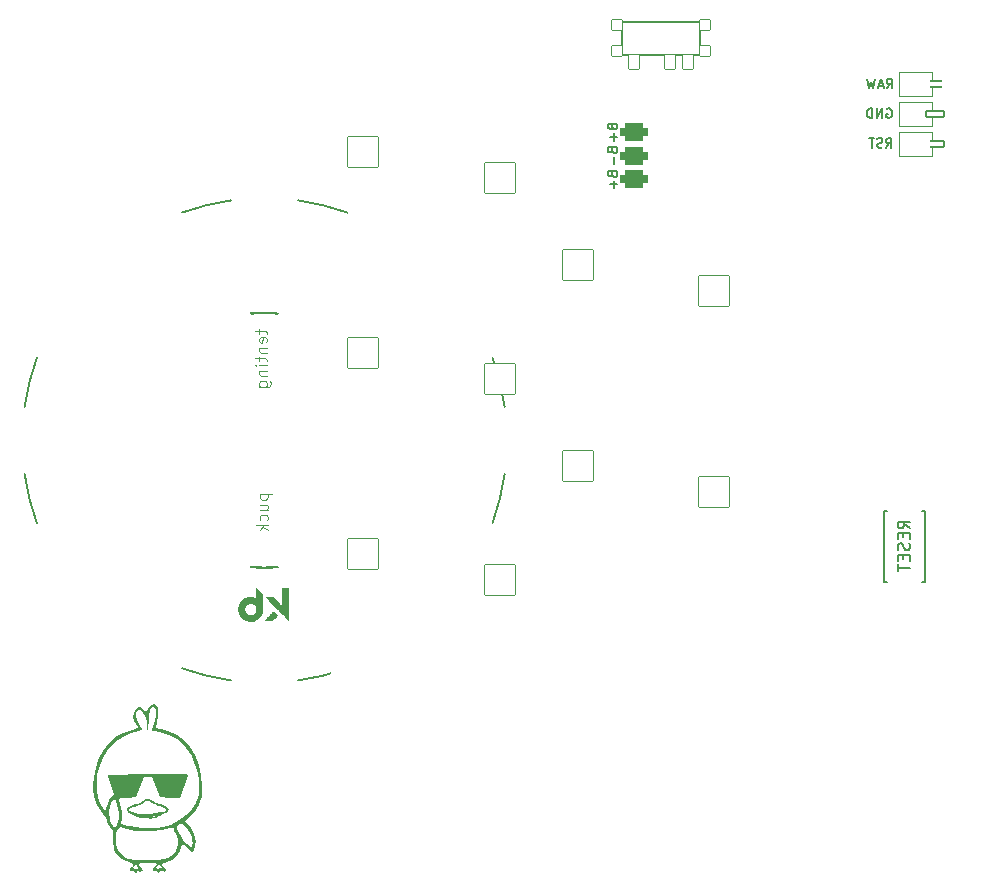
<source format=gbo>
%TF.GenerationSoftware,KiCad,Pcbnew,(6.0.4)*%
%TF.CreationDate,2022-06-21T20:06:22+02:00*%
%TF.ProjectId,battoota,62617474-6f6f-4746-912e-6b696361645f,v1.0.0*%
%TF.SameCoordinates,Original*%
%TF.FileFunction,Legend,Bot*%
%TF.FilePolarity,Positive*%
%FSLAX46Y46*%
G04 Gerber Fmt 4.6, Leading zero omitted, Abs format (unit mm)*
G04 Created by KiCad (PCBNEW (6.0.4)) date 2022-06-21 20:06:22*
%MOMM*%
%LPD*%
G01*
G04 APERTURE LIST*
G04 Aperture macros list*
%AMRoundRect*
0 Rectangle with rounded corners*
0 $1 Rounding radius*
0 $2 $3 $4 $5 $6 $7 $8 $9 X,Y pos of 4 corners*
0 Add a 4 corners polygon primitive as box body*
4,1,4,$2,$3,$4,$5,$6,$7,$8,$9,$2,$3,0*
0 Add four circle primitives for the rounded corners*
1,1,$1+$1,$2,$3*
1,1,$1+$1,$4,$5*
1,1,$1+$1,$6,$7*
1,1,$1+$1,$8,$9*
0 Add four rect primitives between the rounded corners*
20,1,$1+$1,$2,$3,$4,$5,0*
20,1,$1+$1,$4,$5,$6,$7,0*
20,1,$1+$1,$6,$7,$8,$9,0*
20,1,$1+$1,$8,$9,$2,$3,0*%
%AMFreePoly0*
4,1,16,0.685355,0.785355,0.700000,0.750000,0.691603,0.722265,0.210093,0.000000,0.691603,-0.722265,0.699029,-0.759806,0.677735,-0.791603,0.650000,-0.800000,-0.500000,-0.800000,-0.535355,-0.785355,-0.550000,-0.750000,-0.550000,0.750000,-0.535355,0.785355,-0.500000,0.800000,0.650000,0.800000,0.685355,0.785355,0.685355,0.785355,$1*%
%AMFreePoly1*
4,1,16,0.535355,0.785355,0.550000,0.750000,0.550000,-0.750000,0.535355,-0.785355,0.500000,-0.800000,-0.500000,-0.800000,-0.535355,-0.785355,-0.541603,-0.777735,-1.041603,-0.027735,-1.049029,0.009806,-1.041603,0.027735,-0.541603,0.777735,-0.509806,0.799029,-0.500000,0.800000,0.500000,0.800000,0.535355,0.785355,0.535355,0.785355,$1*%
G04 Aperture macros list end*
%ADD10C,0.150000*%
%ADD11C,0.100000*%
%ADD12C,0.120000*%
%ADD13C,0.200000*%
%ADD14C,0.010000*%
%ADD15RoundRect,0.375000X-0.750000X0.375000X-0.750000X-0.375000X0.750000X-0.375000X0.750000X0.375000X0*%
%ADD16C,1.752600*%
%ADD17C,2.100000*%
%ADD18C,1.801800*%
%ADD19C,3.100000*%
%ADD20C,3.529000*%
%ADD21RoundRect,0.050000X-1.054507X-1.505993X1.505993X-1.054507X1.054507X1.505993X-1.505993X1.054507X0*%
%ADD22C,2.132000*%
%ADD23RoundRect,0.050000X-1.181751X-1.408356X1.408356X-1.181751X1.181751X1.408356X-1.408356X1.181751X0*%
%ADD24RoundRect,0.050000X-1.300000X-1.300000X1.300000X-1.300000X1.300000X1.300000X-1.300000X1.300000X0*%
%ADD25RoundRect,0.050000X-0.450000X-0.450000X0.450000X-0.450000X0.450000X0.450000X-0.450000X0.450000X0*%
%ADD26C,1.100000*%
%ADD27RoundRect,0.050000X-0.450000X-0.625000X0.450000X-0.625000X0.450000X0.625000X-0.450000X0.625000X0*%
%ADD28RoundRect,0.050000X-1.716367X-0.658851X0.658851X-1.716367X1.716367X0.658851X-0.658851X1.716367X0*%
%ADD29RoundRect,0.425000X-0.750000X0.375000X-0.750000X-0.375000X0.750000X-0.375000X0.750000X0.375000X0*%
%ADD30RoundRect,0.050000X-0.863113X-1.623279X1.623279X-0.863113X0.863113X1.623279X-1.623279X0.863113X0*%
%ADD31RoundRect,0.050000X-1.487360X-1.080630X1.080630X-1.487360X1.487360X1.080630X-1.080630X1.487360X0*%
%ADD32C,1.852600*%
%ADD33FreePoly0,180.000000*%
%ADD34RoundRect,0.050000X-0.762000X0.250000X-0.762000X-0.250000X0.762000X-0.250000X0.762000X0.250000X0*%
%ADD35FreePoly1,180.000000*%
%ADD36C,4.500000*%
G04 APERTURE END LIST*
D10*
%TO.C,B1*%
X158422171Y79202634D02*
X157945981Y79535968D01*
X158422171Y79774063D02*
X157422171Y79774063D01*
X157422171Y79393111D01*
X157469791Y79297873D01*
X157517410Y79250254D01*
X157612648Y79202634D01*
X157755505Y79202634D01*
X157850743Y79250254D01*
X157898362Y79297873D01*
X157945981Y79393111D01*
X157945981Y79774063D01*
X157898362Y78774063D02*
X157898362Y78440730D01*
X158422171Y78297873D02*
X158422171Y78774063D01*
X157422171Y78774063D01*
X157422171Y78297873D01*
X158374552Y77916920D02*
X158422171Y77774063D01*
X158422171Y77535968D01*
X158374552Y77440730D01*
X158326933Y77393111D01*
X158231695Y77345492D01*
X158136457Y77345492D01*
X158041219Y77393111D01*
X157993600Y77440730D01*
X157945981Y77535968D01*
X157898362Y77726444D01*
X157850743Y77821682D01*
X157803124Y77869301D01*
X157707886Y77916920D01*
X157612648Y77916920D01*
X157517410Y77869301D01*
X157469791Y77821682D01*
X157422171Y77726444D01*
X157422171Y77488349D01*
X157469791Y77345492D01*
X157898362Y76916920D02*
X157898362Y76583587D01*
X158422171Y76440730D02*
X158422171Y76916920D01*
X157422171Y76916920D01*
X157422171Y76440730D01*
X157422171Y76155015D02*
X157422171Y75583587D01*
X158422171Y75869301D02*
X157422171Y75869301D01*
%TO.C,PAD1*%
X133252648Y109176349D02*
X133290743Y109062063D01*
X133328838Y109023968D01*
X133405029Y108985873D01*
X133519314Y108985873D01*
X133595505Y109023968D01*
X133633600Y109062063D01*
X133671695Y109138254D01*
X133671695Y109443015D01*
X132871695Y109443015D01*
X132871695Y109176349D01*
X132909791Y109100158D01*
X132947886Y109062063D01*
X133024076Y109023968D01*
X133100267Y109023968D01*
X133176457Y109062063D01*
X133214552Y109100158D01*
X133252648Y109176349D01*
X133252648Y109443015D01*
X133366933Y108643015D02*
X133366933Y108033492D01*
X133671695Y108338254D02*
X133062171Y108338254D01*
X133252648Y113176349D02*
X133290743Y113062063D01*
X133328838Y113023968D01*
X133405029Y112985873D01*
X133519314Y112985873D01*
X133595505Y113023968D01*
X133633600Y113062063D01*
X133671695Y113138254D01*
X133671695Y113443015D01*
X132871695Y113443015D01*
X132871695Y113176349D01*
X132909791Y113100158D01*
X132947886Y113062063D01*
X133024076Y113023968D01*
X133100267Y113023968D01*
X133176457Y113062063D01*
X133214552Y113100158D01*
X133252648Y113176349D01*
X133252648Y113443015D01*
X133366933Y112643015D02*
X133366933Y112033492D01*
X133671695Y112338254D02*
X133062171Y112338254D01*
X133252648Y111176349D02*
X133290743Y111062063D01*
X133328838Y111023968D01*
X133405029Y110985873D01*
X133519314Y110985873D01*
X133595505Y111023968D01*
X133633600Y111062063D01*
X133671695Y111138254D01*
X133671695Y111443015D01*
X132871695Y111443015D01*
X132871695Y111176349D01*
X132909791Y111100158D01*
X132947886Y111062063D01*
X133024076Y111023968D01*
X133100267Y111023968D01*
X133176457Y111062063D01*
X133214552Y111100158D01*
X133252648Y111176349D01*
X133252648Y111443015D01*
X133366933Y110643015D02*
X133366933Y110033492D01*
%TO.C,MCU1*%
X156461797Y116446070D02*
X156728464Y116827022D01*
X156918940Y116446070D02*
X156918940Y117246070D01*
X156614178Y117246070D01*
X156537988Y117207975D01*
X156499893Y117169879D01*
X156461797Y117093689D01*
X156461797Y116979403D01*
X156499893Y116903213D01*
X156537988Y116865117D01*
X156614178Y116827022D01*
X156918940Y116827022D01*
X156157036Y116674641D02*
X155776083Y116674641D01*
X156233226Y116446070D02*
X155966559Y117246070D01*
X155699893Y116446070D01*
X155509417Y117246070D02*
X155318940Y116446070D01*
X155166559Y117017498D01*
X155014178Y116446070D01*
X154823702Y117246070D01*
X156424534Y111408502D02*
X156691200Y111789454D01*
X156881677Y111408502D02*
X156881677Y112208502D01*
X156576915Y112208502D01*
X156500724Y112170407D01*
X156462629Y112132311D01*
X156424534Y112056121D01*
X156424534Y111941835D01*
X156462629Y111865645D01*
X156500724Y111827549D01*
X156576915Y111789454D01*
X156881677Y111789454D01*
X156119772Y111446597D02*
X156005486Y111408502D01*
X155815010Y111408502D01*
X155738819Y111446597D01*
X155700724Y111484692D01*
X155662629Y111560883D01*
X155662629Y111637073D01*
X155700724Y111713264D01*
X155738819Y111751359D01*
X155815010Y111789454D01*
X155967391Y111827549D01*
X156043581Y111865645D01*
X156081677Y111903740D01*
X156119772Y111979930D01*
X156119772Y112056121D01*
X156081677Y112132311D01*
X156043581Y112170407D01*
X155967391Y112208502D01*
X155776915Y112208502D01*
X155662629Y112170407D01*
X155434058Y112208502D02*
X154976915Y112208502D01*
X155205486Y111408502D02*
X155205486Y112208502D01*
X156481677Y114710407D02*
X156557868Y114748502D01*
X156672154Y114748502D01*
X156786439Y114710407D01*
X156862630Y114634216D01*
X156900725Y114558026D01*
X156938820Y114405645D01*
X156938820Y114291359D01*
X156900725Y114138978D01*
X156862630Y114062787D01*
X156786439Y113986597D01*
X156672154Y113948502D01*
X156595963Y113948502D01*
X156481677Y113986597D01*
X156443582Y114024692D01*
X156443582Y114291359D01*
X156595963Y114291359D01*
X156100725Y113948502D02*
X156100725Y114748502D01*
X155643582Y113948502D01*
X155643582Y114748502D01*
X155262630Y113948502D02*
X155262630Y114748502D01*
X155072154Y114748502D01*
X154957868Y114710407D01*
X154881677Y114634216D01*
X154843582Y114558026D01*
X154805487Y114405645D01*
X154805487Y114291359D01*
X154843582Y114138978D01*
X154881677Y114062787D01*
X154957868Y113986597D01*
X155072154Y113948502D01*
X155262630Y113948502D01*
D11*
%TO.C,REF\u002A\u002A*%
X103342638Y96061754D02*
X103342638Y95680801D01*
X103009304Y95918896D02*
X103866447Y95918896D01*
X103961685Y95871277D01*
X104009304Y95776039D01*
X104009304Y95680801D01*
X103961685Y94966515D02*
X104009304Y95061754D01*
X104009304Y95252230D01*
X103961685Y95347468D01*
X103866447Y95395087D01*
X103485495Y95395087D01*
X103390257Y95347468D01*
X103342638Y95252230D01*
X103342638Y95061754D01*
X103390257Y94966515D01*
X103485495Y94918896D01*
X103580733Y94918896D01*
X103675971Y95395087D01*
X103342638Y94490325D02*
X104009304Y94490325D01*
X103437876Y94490325D02*
X103390257Y94442706D01*
X103342638Y94347468D01*
X103342638Y94204611D01*
X103390257Y94109373D01*
X103485495Y94061754D01*
X104009304Y94061754D01*
X103342638Y93728420D02*
X103342638Y93347468D01*
X103009304Y93585563D02*
X103866447Y93585563D01*
X103961685Y93537944D01*
X104009304Y93442706D01*
X104009304Y93347468D01*
X104009304Y93014134D02*
X103342638Y93014134D01*
X103009304Y93014134D02*
X103056924Y93061754D01*
X103104543Y93014134D01*
X103056924Y92966515D01*
X103009304Y93014134D01*
X103104543Y93014134D01*
X103342638Y92537944D02*
X104009304Y92537944D01*
X103437876Y92537944D02*
X103390257Y92490325D01*
X103342638Y92395087D01*
X103342638Y92252230D01*
X103390257Y92156992D01*
X103485495Y92109373D01*
X104009304Y92109373D01*
X103342638Y91204611D02*
X104152162Y91204611D01*
X104247400Y91252230D01*
X104295019Y91299849D01*
X104342638Y91395087D01*
X104342638Y91537944D01*
X104295019Y91633182D01*
X103961685Y91204611D02*
X104009304Y91299849D01*
X104009304Y91490325D01*
X103961685Y91585563D01*
X103914066Y91633182D01*
X103818828Y91680801D01*
X103533114Y91680801D01*
X103437876Y91633182D01*
X103390257Y91585563D01*
X103342638Y91490325D01*
X103342638Y91299849D01*
X103390257Y91204611D01*
X103406138Y82107754D02*
X104406138Y82107754D01*
X103453757Y82107754D02*
X103406138Y82012515D01*
X103406138Y81822039D01*
X103453757Y81726801D01*
X103501376Y81679182D01*
X103596614Y81631563D01*
X103882328Y81631563D01*
X103977566Y81679182D01*
X104025185Y81726801D01*
X104072804Y81822039D01*
X104072804Y82012515D01*
X104025185Y82107754D01*
X103406138Y80774420D02*
X104072804Y80774420D01*
X103406138Y81202992D02*
X103929947Y81202992D01*
X104025185Y81155373D01*
X104072804Y81060134D01*
X104072804Y80917277D01*
X104025185Y80822039D01*
X103977566Y80774420D01*
X104025185Y79869658D02*
X104072804Y79964896D01*
X104072804Y80155373D01*
X104025185Y80250611D01*
X103977566Y80298230D01*
X103882328Y80345849D01*
X103596614Y80345849D01*
X103501376Y80298230D01*
X103453757Y80250611D01*
X103406138Y80155373D01*
X103406138Y79964896D01*
X103453757Y79869658D01*
X104072804Y79441087D02*
X103072804Y79441087D01*
X103691852Y79345849D02*
X104072804Y79060134D01*
X103406138Y79060134D02*
X103787090Y79441087D01*
D10*
%TO.C,B1*%
X159719791Y74623254D02*
X159469791Y74623254D01*
X159719791Y80623254D02*
X159719791Y74623254D01*
X156219791Y80623254D02*
X156469791Y80623254D01*
X156469791Y74623254D02*
X156219791Y74623254D01*
X156219791Y74623254D02*
X156219791Y80623254D01*
X159469791Y80623254D02*
X159719791Y80623254D01*
%TO.C,T2*%
X139318406Y122101838D02*
X135418406Y122101838D01*
X140668406Y119251838D02*
X140668406Y122101838D01*
X134068406Y122101838D02*
X134068406Y119251838D01*
X134068406Y119251838D02*
X140668406Y119251838D01*
X137368406Y122101838D02*
X134068406Y122101838D01*
X137368406Y122101838D02*
X140668406Y122101838D01*
D12*
%TO.C,MCU1*%
X160318690Y114622348D02*
X160318690Y115302348D01*
X160318690Y110762348D02*
X160318690Y111422348D01*
X160318690Y117842348D02*
X157518690Y117842348D01*
X157518690Y117842348D02*
X157518690Y115842348D01*
X160318690Y112097348D02*
X160318690Y112762348D01*
X157518690Y110762348D02*
X160318690Y110762348D01*
X160318690Y115842348D02*
X160318690Y116522348D01*
X157518690Y112762348D02*
X157518690Y110762348D01*
X160318690Y115302348D02*
X157518690Y115302348D01*
X160318690Y112762348D02*
X157518690Y112762348D01*
X160318690Y117172348D02*
X160318690Y117842348D01*
X160318690Y113302348D02*
X160318690Y113972348D01*
X157518690Y115302348D02*
X157518690Y113302348D01*
X157518690Y113302348D02*
X160318690Y113302348D01*
X157518690Y115842348D02*
X160318690Y115842348D01*
D13*
%TO.C,REF\u002A\u002A*%
X103810924Y75845253D02*
G75*
G03*
X104939309Y75904390I0J10794901D01*
G01*
X103729388Y97462195D02*
G75*
G03*
X102601003Y97403059I-6J-10794921D01*
G01*
X84524789Y93648298D02*
G75*
G03*
X83490924Y89497754I19286255J-7008074D01*
G01*
X104939309Y97376117D02*
G75*
G03*
X103810924Y97435254I-1128385J-10735763D01*
G01*
X102682539Y75904390D02*
G75*
G03*
X103810924Y75845254I1128379J10735785D01*
G01*
X110818973Y105926387D02*
G75*
G03*
X106668424Y106960254I-7008049J-19286133D01*
G01*
X123097058Y79632206D02*
G75*
G03*
X124130924Y83782754I-19286134J7008048D01*
G01*
X104857773Y97403059D02*
G75*
G03*
X103729388Y97462195I-1128379J-10735785D01*
G01*
X96802879Y67354119D02*
G75*
G03*
X100953424Y66320254I7008045J19286135D01*
G01*
X106668424Y66320254D02*
G75*
G03*
X110818969Y67354119I-2857506J20320019D01*
G01*
X83490923Y83782754D02*
G75*
G03*
X84524789Y79632208I20320001J2857500D01*
G01*
X100953424Y106960255D02*
G75*
G03*
X96802878Y105926389I2857500J-20320001D01*
G01*
X103729388Y75872195D02*
G75*
G03*
X104857773Y75931331I6J10794921D01*
G01*
X102601003Y75931331D02*
G75*
G03*
X103729388Y75872195I1128379J10735785D01*
G01*
X124130924Y89497754D02*
G75*
G03*
X123097058Y93648302I-20320000J-2857500D01*
G01*
X103810924Y97435254D02*
G75*
G03*
X102682539Y97376118I-6J-10794921D01*
G01*
G36*
X105810340Y71440839D02*
G01*
X105719496Y71533115D01*
X105705715Y71547111D01*
X105673854Y71579464D01*
X105627907Y71626118D01*
X105569091Y71685836D01*
X105498624Y71757381D01*
X105417725Y71839518D01*
X105327610Y71931011D01*
X105229498Y72030622D01*
X105124606Y72137115D01*
X105014152Y72249255D01*
X104899353Y72365804D01*
X104781428Y72485527D01*
X103934204Y73345664D01*
X104222572Y73348757D01*
X104510940Y73351851D01*
X105313886Y72549151D01*
X105313886Y74182709D01*
X105810340Y74182709D01*
X105810340Y71440839D01*
G37*
D14*
X105810340Y71440839D02*
X105719496Y71533115D01*
X105705715Y71547111D01*
X105673854Y71579464D01*
X105627907Y71626118D01*
X105569091Y71685836D01*
X105498624Y71757381D01*
X105417725Y71839518D01*
X105327610Y71931011D01*
X105229498Y72030622D01*
X105124606Y72137115D01*
X105014152Y72249255D01*
X104899353Y72365804D01*
X104781428Y72485527D01*
X103934204Y73345664D01*
X104222572Y73348757D01*
X104510940Y73351851D01*
X105313886Y72549151D01*
X105313886Y74182709D01*
X105810340Y74182709D01*
X105810340Y71440839D01*
G36*
X103607105Y72236831D02*
G01*
X103604492Y72208436D01*
X103595623Y72161986D01*
X103558070Y72034826D01*
X103502904Y71908963D01*
X103433212Y71790781D01*
X103352081Y71686661D01*
X103343687Y71677495D01*
X103235375Y71577169D01*
X103112955Y71493172D01*
X102979782Y71427193D01*
X102839214Y71380918D01*
X102694606Y71356037D01*
X102594360Y71351554D01*
X102445939Y71362953D01*
X102302520Y71395206D01*
X102166284Y71447229D01*
X102039409Y71517943D01*
X101924076Y71606265D01*
X101822463Y71711114D01*
X101736751Y71831407D01*
X101679496Y71938326D01*
X101626351Y72077562D01*
X101594995Y72222126D01*
X101588491Y72318490D01*
X102083730Y72318490D01*
X102084012Y72313200D01*
X102088330Y72257897D01*
X102095687Y72215605D01*
X102108332Y72176997D01*
X102128513Y72132751D01*
X102150001Y72094424D01*
X102191486Y72035630D01*
X102239543Y71980174D01*
X102288866Y71933980D01*
X102334152Y71902976D01*
X102350319Y71895200D01*
X102391224Y71877840D01*
X102434221Y71861754D01*
X102507048Y71842466D01*
X102610749Y71833945D01*
X102712290Y71846739D01*
X102809076Y71879871D01*
X102898508Y71932364D01*
X102977989Y72003241D01*
X103044923Y72091524D01*
X103073577Y72145669D01*
X103104009Y72239688D01*
X103114581Y72337237D01*
X103106275Y72435185D01*
X103080073Y72530398D01*
X103036960Y72619745D01*
X102977917Y72700091D01*
X102903927Y72768305D01*
X102815975Y72821254D01*
X102801972Y72827540D01*
X102703626Y72858165D01*
X102602274Y72868347D01*
X102501370Y72859027D01*
X102404371Y72831149D01*
X102314735Y72785653D01*
X102235918Y72723483D01*
X102171376Y72645579D01*
X102153606Y72617050D01*
X102109954Y72523627D01*
X102087098Y72425735D01*
X102083730Y72318490D01*
X101588491Y72318490D01*
X101584704Y72374604D01*
X101588265Y72464274D01*
X101610946Y72614553D01*
X101653698Y72756522D01*
X101715508Y72888507D01*
X101795366Y73008832D01*
X101892260Y73115821D01*
X102005180Y73207801D01*
X102133113Y73283094D01*
X102202964Y73315733D01*
X102278102Y73344950D01*
X102349754Y73364442D01*
X102426237Y73376379D01*
X102515872Y73382931D01*
X102533684Y73383599D01*
X102672885Y73377161D01*
X102803268Y73349485D01*
X102925484Y73300381D01*
X103040181Y73229659D01*
X103064315Y73212457D01*
X103089161Y73196114D01*
X103101592Y73189800D01*
X103102500Y73193830D01*
X103103949Y73217637D01*
X103105276Y73260760D01*
X103106445Y73320835D01*
X103107421Y73395497D01*
X103108171Y73482383D01*
X103108660Y73579128D01*
X103108852Y73683368D01*
X103109000Y74176936D01*
X103616704Y73666910D01*
X103616617Y72975196D01*
X103616614Y72963460D01*
X103616353Y72812986D01*
X103615689Y72675714D01*
X103614645Y72553058D01*
X103613242Y72446429D01*
X103611503Y72357240D01*
X103610919Y72337237D01*
X103609450Y72286903D01*
X103607105Y72236831D01*
G37*
X103607105Y72236831D02*
X103604492Y72208436D01*
X103595623Y72161986D01*
X103558070Y72034826D01*
X103502904Y71908963D01*
X103433212Y71790781D01*
X103352081Y71686661D01*
X103343687Y71677495D01*
X103235375Y71577169D01*
X103112955Y71493172D01*
X102979782Y71427193D01*
X102839214Y71380918D01*
X102694606Y71356037D01*
X102594360Y71351554D01*
X102445939Y71362953D01*
X102302520Y71395206D01*
X102166284Y71447229D01*
X102039409Y71517943D01*
X101924076Y71606265D01*
X101822463Y71711114D01*
X101736751Y71831407D01*
X101679496Y71938326D01*
X101626351Y72077562D01*
X101594995Y72222126D01*
X101588491Y72318490D01*
X102083730Y72318490D01*
X102084012Y72313200D01*
X102088330Y72257897D01*
X102095687Y72215605D01*
X102108332Y72176997D01*
X102128513Y72132751D01*
X102150001Y72094424D01*
X102191486Y72035630D01*
X102239543Y71980174D01*
X102288866Y71933980D01*
X102334152Y71902976D01*
X102350319Y71895200D01*
X102391224Y71877840D01*
X102434221Y71861754D01*
X102507048Y71842466D01*
X102610749Y71833945D01*
X102712290Y71846739D01*
X102809076Y71879871D01*
X102898508Y71932364D01*
X102977989Y72003241D01*
X103044923Y72091524D01*
X103073577Y72145669D01*
X103104009Y72239688D01*
X103114581Y72337237D01*
X103106275Y72435185D01*
X103080073Y72530398D01*
X103036960Y72619745D01*
X102977917Y72700091D01*
X102903927Y72768305D01*
X102815975Y72821254D01*
X102801972Y72827540D01*
X102703626Y72858165D01*
X102602274Y72868347D01*
X102501370Y72859027D01*
X102404371Y72831149D01*
X102314735Y72785653D01*
X102235918Y72723483D01*
X102171376Y72645579D01*
X102153606Y72617050D01*
X102109954Y72523627D01*
X102087098Y72425735D01*
X102083730Y72318490D01*
X101588491Y72318490D01*
X101584704Y72374604D01*
X101588265Y72464274D01*
X101610946Y72614553D01*
X101653698Y72756522D01*
X101715508Y72888507D01*
X101795366Y73008832D01*
X101892260Y73115821D01*
X102005180Y73207801D01*
X102133113Y73283094D01*
X102202964Y73315733D01*
X102278102Y73344950D01*
X102349754Y73364442D01*
X102426237Y73376379D01*
X102515872Y73382931D01*
X102533684Y73383599D01*
X102672885Y73377161D01*
X102803268Y73349485D01*
X102925484Y73300381D01*
X103040181Y73229659D01*
X103064315Y73212457D01*
X103089161Y73196114D01*
X103101592Y73189800D01*
X103102500Y73193830D01*
X103103949Y73217637D01*
X103105276Y73260760D01*
X103106445Y73320835D01*
X103107421Y73395497D01*
X103108171Y73482383D01*
X103108660Y73579128D01*
X103108852Y73683368D01*
X103109000Y74176936D01*
X103616704Y73666910D01*
X103616617Y72975196D01*
X103616614Y72963460D01*
X103616353Y72812986D01*
X103615689Y72675714D01*
X103614645Y72553058D01*
X103613242Y72446429D01*
X103611503Y72357240D01*
X103610919Y72337237D01*
X103609450Y72286903D01*
X103607105Y72236831D01*
G36*
X104516572Y72150526D02*
G01*
X104528801Y72140478D01*
X104554283Y72116858D01*
X104590430Y72082145D01*
X104634654Y72038820D01*
X104684367Y71989365D01*
X104845402Y71828021D01*
X104811520Y71790206D01*
X104808343Y71786714D01*
X104786475Y71763505D01*
X104752129Y71727759D01*
X104708313Y71682579D01*
X104658030Y71631066D01*
X104604288Y71576323D01*
X104430938Y71400254D01*
X103810924Y71400254D01*
X103839225Y71433889D01*
X103841518Y71436580D01*
X103862186Y71459809D01*
X103894944Y71495649D01*
X103937804Y71541994D01*
X103988776Y71596737D01*
X104045872Y71657772D01*
X104107102Y71722991D01*
X104170477Y71790289D01*
X104234010Y71857559D01*
X104295709Y71922694D01*
X104353588Y71983588D01*
X104405655Y72038134D01*
X104449924Y72084226D01*
X104484403Y72119757D01*
X104507106Y72142620D01*
X104516041Y72150709D01*
X104516572Y72150526D01*
G37*
X104516572Y72150526D02*
X104528801Y72140478D01*
X104554283Y72116858D01*
X104590430Y72082145D01*
X104634654Y72038820D01*
X104684367Y71989365D01*
X104845402Y71828021D01*
X104811520Y71790206D01*
X104808343Y71786714D01*
X104786475Y71763505D01*
X104752129Y71727759D01*
X104708313Y71682579D01*
X104658030Y71631066D01*
X104604288Y71576323D01*
X104430938Y71400254D01*
X103810924Y71400254D01*
X103839225Y71433889D01*
X103841518Y71436580D01*
X103862186Y71459809D01*
X103894944Y71495649D01*
X103937804Y71541994D01*
X103988776Y71596737D01*
X104045872Y71657772D01*
X104107102Y71722991D01*
X104170477Y71790289D01*
X104234010Y71857559D01*
X104295709Y71922694D01*
X104353588Y71983588D01*
X104405655Y72038134D01*
X104449924Y72084226D01*
X104484403Y72119757D01*
X104507106Y72142620D01*
X104516041Y72150709D01*
X104516572Y72150526D01*
%TO.C,G\u002A\u002A\u002A*%
G36*
X94630151Y54707570D02*
G01*
X94396858Y54643258D01*
X94146747Y54624050D01*
X93810667Y54635225D01*
X93526219Y54656367D01*
X93256312Y54699910D01*
X93120476Y54741218D01*
X93661943Y54741218D01*
X93712212Y54724332D01*
X93895333Y54717727D01*
X94019582Y54720197D01*
X94125956Y54733481D01*
X94085833Y54754419D01*
X93951551Y54768426D01*
X93704833Y54754419D01*
X93661943Y54741218D01*
X93120476Y54741218D01*
X92994058Y54779662D01*
X92876275Y54830486D01*
X94341597Y54830486D01*
X94342908Y54801584D01*
X94452722Y54786018D01*
X94535945Y54799576D01*
X94503875Y54837170D01*
X94454914Y54850698D01*
X94341597Y54830486D01*
X92876275Y54830486D01*
X92687996Y54911729D01*
X92286667Y55112217D01*
X92208282Y55183879D01*
X92132425Y55360900D01*
X92132991Y55368759D01*
X92339283Y55368759D01*
X92397983Y55253540D01*
X92625333Y55143946D01*
X92847118Y55090411D01*
X93223604Y55048327D01*
X93664575Y55034937D01*
X94131166Y55047895D01*
X94584513Y55084850D01*
X94985752Y55143456D01*
X95296017Y55221363D01*
X95476445Y55316223D01*
X95492870Y55337106D01*
X95467648Y55440963D01*
X95285368Y55554542D01*
X94955354Y55671486D01*
X94780003Y55729272D01*
X94492971Y55850367D01*
X94290142Y55968931D01*
X94063133Y56096450D01*
X93778078Y56113650D01*
X93516467Y55966671D01*
X93392165Y55880634D01*
X93135190Y55755590D01*
X92833677Y55645696D01*
X92725675Y55610865D01*
X92448694Y55488302D01*
X92339283Y55368759D01*
X92132991Y55368759D01*
X92140521Y55473243D01*
X92240681Y55587134D01*
X92471092Y55710227D01*
X92577253Y55755334D01*
X92833403Y55842614D01*
X93021004Y55878141D01*
X93048079Y55880318D01*
X93244595Y55951562D01*
X93456560Y56091667D01*
X93505819Y56131487D01*
X93779808Y56277658D01*
X94047205Y56267960D01*
X94345483Y56102867D01*
X94364727Y56089006D01*
X94645319Y55941058D01*
X94941455Y55852737D01*
X95061155Y55830092D01*
X95379092Y55717187D01*
X95594233Y55556210D01*
X95673333Y55369127D01*
X95669109Y55337106D01*
X95668339Y55331266D01*
X95588156Y55214183D01*
X95392697Y55076498D01*
X95059500Y54901081D01*
X94915777Y54831706D01*
X94841849Y54799576D01*
X94689770Y54733481D01*
X94630151Y54707570D01*
G37*
G36*
X97799442Y51985333D02*
G01*
X97620028Y51773667D01*
X97429847Y51994905D01*
X97238073Y52186204D01*
X97023991Y52353234D01*
X96808316Y52490324D01*
X96707046Y52111686D01*
X96629659Y51887333D01*
X96366231Y51462822D01*
X95994214Y51144981D01*
X95540861Y50960708D01*
X95290623Y50892245D01*
X95117737Y50798440D01*
X95105769Y50691711D01*
X95250000Y50565649D01*
X95352742Y50466672D01*
X95378027Y50400075D01*
X95419333Y50291283D01*
X95407101Y50168285D01*
X95337061Y50132079D01*
X95168231Y50205783D01*
X95044914Y50243962D01*
X94964787Y50163450D01*
X94913787Y50081950D01*
X94793044Y50046823D01*
X94691542Y50155644D01*
X94639140Y50215602D01*
X94482532Y50230436D01*
X94399061Y50222079D01*
X94322767Y50286006D01*
X94347863Y50399653D01*
X94516775Y50399653D01*
X94588529Y50406426D01*
X94675489Y50412391D01*
X94770055Y50308474D01*
X94782357Y50267625D01*
X94819397Y50234979D01*
X94870367Y50357285D01*
X94882796Y50393841D01*
X94950581Y50494172D01*
X95050721Y50451053D01*
X95122415Y50405425D01*
X95216964Y50400075D01*
X95205574Y50453346D01*
X95087918Y50542119D01*
X94978257Y50630734D01*
X94904649Y50781812D01*
X94890157Y50872713D01*
X94852119Y50800000D01*
X94777115Y50677619D01*
X94625970Y50516952D01*
X94578370Y50474588D01*
X94516775Y50399653D01*
X94347863Y50399653D01*
X94352613Y50421165D01*
X94488000Y50588333D01*
X94600721Y50708613D01*
X94657333Y50813122D01*
X94638058Y50829097D01*
X94491057Y50857605D01*
X94230892Y50877310D01*
X93895333Y50884667D01*
X93500743Y50875436D01*
X93243987Y50841712D01*
X93133063Y50776462D01*
X93156460Y50672668D01*
X93302667Y50523312D01*
X93412249Y50398914D01*
X93435969Y50339995D01*
X93472000Y50250496D01*
X93416192Y50147763D01*
X93289393Y50129312D01*
X93172536Y50212400D01*
X93114992Y50241809D01*
X93003905Y50148900D01*
X92993052Y50134460D01*
X92887871Y50046615D01*
X92783433Y50101500D01*
X92715286Y50151084D01*
X92523733Y50207333D01*
X92469490Y50213637D01*
X92380726Y50295190D01*
X92401931Y50411615D01*
X92582325Y50411615D01*
X92641196Y50409547D01*
X92727380Y50413538D01*
X92813434Y50308474D01*
X92825393Y50257281D01*
X92862678Y50220838D01*
X92937544Y50330334D01*
X92972231Y50386915D01*
X93058980Y50448307D01*
X93188640Y50375229D01*
X93250894Y50330200D01*
X93265299Y50339995D01*
X93165277Y50463896D01*
X93025462Y50647764D01*
X92939127Y50800000D01*
X92938865Y50800718D01*
X92900071Y50877530D01*
X92886018Y50789160D01*
X92832576Y50660603D01*
X92688833Y50509234D01*
X92669500Y50494616D01*
X92582325Y50411615D01*
X92401931Y50411615D01*
X92405276Y50429982D01*
X92540667Y50565649D01*
X92631006Y50631564D01*
X92701167Y50756732D01*
X92606699Y50856951D01*
X92350167Y50927352D01*
X92337828Y50929377D01*
X91861255Y51091629D01*
X91460784Y51391861D01*
X91171089Y51804285D01*
X91087814Y51998086D01*
X91023345Y52239840D01*
X90993408Y52536258D01*
X90988903Y52944280D01*
X90988860Y52981843D01*
X91209666Y52981843D01*
X91243855Y52458080D01*
X91403259Y51986486D01*
X91675834Y51597674D01*
X92049535Y51322256D01*
X92087740Y51303624D01*
X92276097Y51225150D01*
X92480546Y51170693D01*
X92739395Y51134516D01*
X93090955Y51110884D01*
X93573535Y51094059D01*
X94144697Y51085675D01*
X94763194Y51103676D01*
X95251581Y51160229D01*
X95630819Y51261432D01*
X95921870Y51413383D01*
X96145694Y51622178D01*
X96323254Y51893915D01*
X96424529Y52130475D01*
X96506471Y52510221D01*
X96495436Y52859890D01*
X96388576Y53125717D01*
X96373639Y53146821D01*
X96266099Y53356554D01*
X96176048Y53613628D01*
X96118673Y53792155D01*
X96046930Y53880658D01*
X95944947Y53858602D01*
X95924596Y53849158D01*
X95746335Y53789770D01*
X95464680Y53713483D01*
X95130784Y53634382D01*
X95065628Y53620603D01*
X94366584Y53533659D01*
X93602673Y53530520D01*
X92846225Y53608041D01*
X92169571Y53763080D01*
X91877909Y53846803D01*
X91618710Y53880246D01*
X91452449Y53816468D01*
X91344247Y53638916D01*
X91259226Y53331036D01*
X91209666Y52981843D01*
X90988860Y52981843D01*
X90988570Y53237704D01*
X90973264Y53515229D01*
X90937135Y53672581D01*
X90876186Y53737889D01*
X90832845Y53765392D01*
X90703348Y53921409D01*
X90570098Y54152370D01*
X90466010Y54396190D01*
X90424000Y54590787D01*
X90417492Y54631718D01*
X90326503Y54805426D01*
X90162447Y54996326D01*
X90006162Y55166417D01*
X90623034Y55166417D01*
X90677891Y54610457D01*
X90712798Y54490235D01*
X90833625Y54214049D01*
X90973471Y54018144D01*
X91171612Y53832000D01*
X91324621Y54065520D01*
X91331980Y54077211D01*
X91424587Y54337259D01*
X91472045Y54698011D01*
X91473874Y55100552D01*
X91429593Y55485965D01*
X91338723Y55795333D01*
X91324513Y55826852D01*
X91220312Y56070303D01*
X91146909Y56261000D01*
X91133108Y56298654D01*
X91086548Y56353984D01*
X91015508Y56294714D01*
X90892074Y56103603D01*
X90715494Y55709602D01*
X90623034Y55166417D01*
X90006162Y55166417D01*
X89931662Y55247498D01*
X89586687Y55808695D01*
X89368912Y56467274D01*
X89280310Y57211605D01*
X89291634Y57429453D01*
X89577333Y57429453D01*
X89591598Y56996053D01*
X89672256Y56449611D01*
X89836742Y55973902D01*
X90099358Y55516515D01*
X90311877Y55203765D01*
X90454579Y55717039D01*
X90512624Y55897483D01*
X90660243Y56225386D01*
X90822024Y56455054D01*
X91046766Y56679797D01*
X90767747Y57469373D01*
X90690937Y57692082D01*
X90594480Y57991971D01*
X90535123Y58204433D01*
X90523469Y58293691D01*
X90533327Y58296156D01*
X90669931Y58305891D01*
X90952109Y58317554D01*
X91361589Y58330639D01*
X91880102Y58344643D01*
X92489378Y58359060D01*
X93171145Y58373386D01*
X93907135Y58387118D01*
X94795177Y58401149D01*
X95579608Y58409805D01*
X96208620Y58411980D01*
X96689312Y58407606D01*
X97028786Y58396614D01*
X97234143Y58378938D01*
X97312483Y58354508D01*
X97307050Y58248229D01*
X97249196Y58017387D01*
X97148276Y57697411D01*
X97014266Y57322808D01*
X96659625Y56382404D01*
X95807568Y56406369D01*
X94955512Y56430333D01*
X94261764Y58123667D01*
X93601220Y58123667D01*
X93254393Y57277000D01*
X92907567Y56430333D01*
X92164569Y56405736D01*
X92121125Y56404380D01*
X91791435Y56396045D01*
X91586381Y56374134D01*
X91487795Y56308177D01*
X91477510Y56167705D01*
X91537359Y55922247D01*
X91649173Y55541333D01*
X91717659Y55233477D01*
X91720290Y55100552D01*
X91729460Y54637344D01*
X91676032Y54199020D01*
X92256516Y54013069D01*
X92381603Y53976360D01*
X92909152Y53870313D01*
X93513967Y53806463D01*
X94136441Y53787253D01*
X94716969Y53815128D01*
X95195943Y53892532D01*
X95246688Y53909326D01*
X96351494Y53909326D01*
X96390368Y53730301D01*
X96518490Y53441811D01*
X96708946Y53115634D01*
X96933603Y52799169D01*
X97164329Y52539817D01*
X97196620Y52510221D01*
X97369582Y52351693D01*
X97543381Y52209176D01*
X97635814Y52154667D01*
X97659990Y52167971D01*
X97696983Y52296558D01*
X97704551Y52522068D01*
X97685264Y52795410D01*
X97641694Y53067490D01*
X97576409Y53289213D01*
X97523846Y53397075D01*
X97350897Y53671777D01*
X97145022Y53932562D01*
X96977735Y54111678D01*
X96854785Y54204283D01*
X96744974Y54207257D01*
X96596613Y54140169D01*
X96584045Y54133534D01*
X96419054Y54015990D01*
X96351494Y53909326D01*
X95246688Y53909326D01*
X95885072Y54120600D01*
X96577636Y54472478D01*
X97178727Y54912535D01*
X97663451Y55422255D01*
X98006911Y55983122D01*
X98086050Y56163499D01*
X98172071Y56405438D01*
X98220933Y56648424D01*
X98242355Y56948489D01*
X98246059Y57361667D01*
X98233847Y57779333D01*
X98144551Y58506649D01*
X97955106Y59186223D01*
X97649351Y59886437D01*
X97444161Y60251778D01*
X96969924Y60864119D01*
X96392712Y61346115D01*
X95704860Y61703495D01*
X94898703Y61941985D01*
X94848022Y61952616D01*
X94556096Y62016566D01*
X94344460Y62067479D01*
X94255967Y62095145D01*
X94253630Y62102716D01*
X94279213Y62214187D01*
X94350757Y62407500D01*
X94426846Y62619207D01*
X94524172Y62978858D01*
X94595789Y63347712D01*
X94631429Y63669494D01*
X94620827Y63887926D01*
X94559249Y64018007D01*
X94397400Y64092667D01*
X94368545Y64090770D01*
X94202876Y63985839D01*
X94080976Y63726886D01*
X94005724Y63322946D01*
X93980000Y62783053D01*
X93973060Y62468386D01*
X93951015Y62210475D01*
X93920090Y62080986D01*
X93886732Y62089934D01*
X93857386Y62247336D01*
X93838501Y62563209D01*
X93811962Y62865990D01*
X93708895Y63278090D01*
X93543192Y63593086D01*
X93329296Y63776561D01*
X93236143Y63809953D01*
X93059528Y63789447D01*
X92955656Y63620138D01*
X92921667Y63298676D01*
X92969683Y62962479D01*
X93147334Y62640621D01*
X93284157Y62452524D01*
X93395912Y62237979D01*
X93371634Y62097781D01*
X93200337Y62003552D01*
X92871037Y61926916D01*
X92514894Y61842944D01*
X91790956Y61553262D01*
X91153053Y61128956D01*
X90610423Y60582637D01*
X90172300Y59926916D01*
X89847920Y59174405D01*
X89646519Y58337713D01*
X89577333Y57429453D01*
X89291634Y57429453D01*
X89322854Y58030057D01*
X89498516Y58910998D01*
X89714637Y59564422D01*
X90100594Y60336015D01*
X90591518Y60989912D01*
X91178665Y61516989D01*
X91853291Y61908122D01*
X92606652Y62154187D01*
X92820479Y62201611D01*
X93026705Y62250687D01*
X93116352Y62276777D01*
X93113828Y62297299D01*
X93049179Y62420230D01*
X92925852Y62612889D01*
X92787409Y62875491D01*
X92704290Y63251560D01*
X92747669Y63602480D01*
X92917818Y63884849D01*
X93037321Y63996981D01*
X93184764Y64076560D01*
X93334198Y64037237D01*
X93544308Y63878407D01*
X93798941Y63664147D01*
X93910637Y63896498D01*
X94042017Y64082620D01*
X94249381Y64256116D01*
X94383944Y64323239D01*
X94511315Y64328022D01*
X94651548Y64224903D01*
X94749675Y64085694D01*
X94821521Y63771329D01*
X94805796Y63344949D01*
X94701780Y62826604D01*
X94654589Y62630014D01*
X94618996Y62419930D01*
X94623079Y62320699D01*
X94692549Y62291120D01*
X94889183Y62236755D01*
X95159750Y62176064D01*
X95646798Y62044555D01*
X96358391Y61718224D01*
X96980856Y61258241D01*
X97507025Y60675014D01*
X97929730Y59978953D01*
X98241804Y59180466D01*
X98436078Y58289961D01*
X98502260Y57361667D01*
X98505384Y57317846D01*
X98505914Y57062525D01*
X98499961Y56708150D01*
X98478003Y56449785D01*
X98431675Y56240285D01*
X98352614Y56032507D01*
X98232459Y55779309D01*
X97973312Y55341863D01*
X97496756Y54796888D01*
X97038261Y54377850D01*
X97294885Y54134092D01*
X97535219Y53850123D01*
X97752833Y53458525D01*
X97897385Y53036541D01*
X97959553Y52623879D01*
X97951282Y52522068D01*
X97930013Y52260241D01*
X97799442Y51985333D01*
G37*
%TD*%
D15*
%TO.C,PAD1*%
X135109791Y108738254D03*
X135109791Y110738254D03*
X135109791Y112738254D03*
%TD*%
D16*
%TO.C,MCU1*%
X161977213Y114302348D03*
X161977213Y111762348D03*
X146737213Y111762348D03*
X146737213Y116926094D03*
X161977213Y116842348D03*
X146737213Y114302348D03*
X146737213Y109222348D03*
X146737213Y106682348D03*
X146737213Y104142348D03*
X146737213Y101602348D03*
X146737213Y99062348D03*
X146737213Y96522348D03*
X146737213Y93982348D03*
X146737213Y91442348D03*
X146737213Y88902348D03*
X161977213Y109222348D03*
X161977213Y106682348D03*
X161977213Y104142348D03*
X161977213Y101602348D03*
X161977213Y99062348D03*
X161977213Y96522348D03*
X161977213Y93982348D03*
X161977213Y91442348D03*
X161977213Y88902348D03*
%TD*%
%LPC*%
D17*
%TO.C,B1*%
X157969791Y80873254D03*
X157969791Y74373254D03*
%TD*%
D18*
%TO.C,S11*%
X65970667Y103790002D03*
D19*
X75659968Y109306336D03*
X70353903Y110604673D03*
D20*
X71387110Y104745067D03*
D18*
X76803553Y105700132D03*
D19*
X65811891Y107569854D03*
D21*
X67128657Y110035975D03*
D22*
X67122934Y100134557D03*
X76971012Y101871038D03*
D21*
X78885214Y109875034D03*
D22*
X72411634Y98934701D03*
%TD*%
D19*
%TO.C,S15*%
X88913836Y100414117D03*
X93703066Y103041525D03*
X98875783Y101285675D03*
D20*
X94221643Y97114167D03*
D18*
X99700714Y97593524D03*
X88742572Y96634810D03*
D22*
X89571861Y92892848D03*
D23*
X90440528Y102756090D03*
D22*
X99533808Y93764406D03*
D23*
X102138320Y101571110D03*
D22*
X94735862Y91236618D03*
%TD*%
D19*
%TO.C,S21*%
X120424791Y91827253D03*
D18*
X109924791Y88077254D03*
X120924791Y88077254D03*
D20*
X115424791Y88077254D03*
D19*
X115424791Y94027254D03*
X110424791Y91827253D03*
D24*
X112149790Y94027254D03*
D22*
X120424791Y84277254D03*
X110424791Y84277254D03*
X115424791Y82177254D03*
D24*
X123699791Y91827253D03*
%TD*%
D25*
%TO.C,T2*%
X141068406Y121851838D03*
X133668406Y121851838D03*
X141068406Y119651838D03*
X133668406Y119651838D03*
D26*
X135868406Y120751838D03*
X138868406Y120751838D03*
D27*
X135118406Y118676838D03*
X138118406Y118676838D03*
X139618406Y118676838D03*
%TD*%
D19*
%TO.C,S29*%
X128599495Y99294490D03*
D20*
X133599495Y95544491D03*
D19*
X133599495Y101494491D03*
D18*
X128099495Y95544491D03*
X139099495Y95544491D03*
D19*
X138599495Y99294490D03*
D22*
X128599495Y91744491D03*
X138599495Y91744491D03*
D24*
X130324494Y101494491D03*
D22*
X133599495Y89644491D03*
D24*
X141874495Y99294490D03*
%TD*%
D18*
%TO.C,S33*%
X154739291Y43001202D03*
D19*
X146672326Y50697732D03*
X155807780Y46630365D03*
D18*
X144690291Y47475306D03*
D19*
X152134874Y50673849D03*
D20*
X149714791Y45238254D03*
D28*
X149143012Y52005912D03*
D22*
X152736919Y39733098D03*
X143601464Y43800464D03*
X147315045Y39848336D03*
D28*
X158799642Y45298303D03*
%TD*%
D19*
%TO.C,S7*%
X81564006Y75822872D03*
X76257941Y77121209D03*
D18*
X71874705Y70306538D03*
D19*
X71715929Y74086390D03*
D20*
X77291148Y71261603D03*
D18*
X82707591Y72216668D03*
D22*
X82875050Y68387574D03*
D21*
X73032695Y76552511D03*
D22*
X73026972Y66651093D03*
D21*
X84789252Y76391570D03*
D22*
X78315672Y65451237D03*
%TD*%
D29*
%TO.C,PAD1*%
X135109791Y108738254D03*
X135109791Y110738254D03*
X135109791Y112738254D03*
%TD*%
D19*
%TO.C,S5*%
X56527389Y87777963D03*
D20*
X52842259Y82729963D03*
D19*
X51102647Y88419976D03*
D18*
X47582583Y81121919D03*
D19*
X46964342Y84854246D03*
D18*
X58101935Y84338007D03*
D22*
X58734795Y80557863D03*
D30*
X47970748Y87462459D03*
D22*
X49171748Y77634146D03*
D30*
X59659287Y88735481D03*
D22*
X54567252Y77087765D03*
%TD*%
D19*
%TO.C,S27*%
X133599495Y84494491D03*
D18*
X128099495Y78544491D03*
D19*
X138599495Y82294490D03*
D18*
X139099495Y78544491D03*
D19*
X128599495Y82294490D03*
D20*
X133599495Y78544491D03*
D22*
X138599495Y74744491D03*
D24*
X130324494Y84494491D03*
D22*
X128599495Y74744491D03*
X133599495Y72644491D03*
D24*
X141874495Y82294490D03*
%TD*%
D19*
%TO.C,S9*%
X78611987Y92564604D03*
D18*
X68922686Y87048270D03*
D20*
X74339129Y88003335D03*
D19*
X73305922Y93862941D03*
D18*
X79755572Y88958400D03*
D19*
X68763910Y90828122D03*
D22*
X79923031Y85129306D03*
X70074953Y83392825D03*
D21*
X70080676Y93294243D03*
X81837233Y93133302D03*
D22*
X75363653Y82192969D03*
%TD*%
D19*
%TO.C,S13*%
X90395484Y83478807D03*
X100357431Y84350365D03*
D18*
X101182362Y80658214D03*
D19*
X95184714Y86106215D03*
D18*
X90224220Y79699500D03*
D20*
X95703291Y80178857D03*
D22*
X91053509Y75957538D03*
D23*
X91922176Y85820780D03*
D22*
X101015456Y76829096D03*
X96217510Y74301308D03*
D23*
X103619968Y84635800D03*
%TD*%
D19*
%TO.C,S17*%
X92221419Y119976835D03*
D18*
X98219067Y114528834D03*
D19*
X97394136Y118220985D03*
D18*
X87260925Y113570120D03*
D19*
X87432189Y117349427D03*
D20*
X92739996Y114049477D03*
D23*
X88958881Y119691400D03*
D22*
X98052161Y110699716D03*
X88090214Y109828158D03*
X93254215Y108171928D03*
D23*
X100656673Y118506420D03*
%TD*%
D19*
%TO.C,S31*%
X136001189Y53858667D03*
X126124305Y55423012D03*
D20*
X130476118Y50937009D03*
D18*
X125043832Y51797399D03*
X135908404Y50076619D03*
D19*
X131406903Y56813755D03*
D22*
X134820109Y46401621D03*
X124943225Y47965966D03*
D31*
X128172223Y57326078D03*
X139235868Y53346344D03*
D22*
X129553155Y45109648D03*
%TD*%
D32*
%TO.C,MCU1*%
X161977213Y114302348D03*
D33*
X159643690Y114302348D03*
D32*
X161977213Y111762348D03*
D34*
X160593690Y116842348D03*
D32*
X146737213Y111762348D03*
D34*
X160593690Y114302348D03*
X160593690Y111762348D03*
D33*
X159643690Y111762348D03*
X159643690Y116842348D03*
D32*
X146737213Y116926094D03*
X161977213Y116842348D03*
X146737213Y114302348D03*
D35*
X158193690Y116842348D03*
X158193690Y114302348D03*
X158193690Y111762348D03*
D32*
X146737213Y109222348D03*
X146737213Y106682348D03*
X146737213Y104142348D03*
X146737213Y101602348D03*
X146737213Y99062348D03*
X146737213Y96522348D03*
X146737213Y93982348D03*
X146737213Y91442348D03*
X146737213Y88902348D03*
X161977213Y109222348D03*
X161977213Y106682348D03*
X161977213Y104142348D03*
X161977213Y101602348D03*
X161977213Y99062348D03*
X161977213Y96522348D03*
X161977213Y93982348D03*
X161977213Y91442348D03*
X161977213Y88902348D03*
%TD*%
D18*
%TO.C,S3*%
X52552902Y64864738D03*
X63072254Y68080826D03*
D19*
X56072966Y72162795D03*
X51934661Y68597065D03*
X61497708Y71520782D03*
D20*
X57812578Y66472782D03*
D22*
X54142067Y61376965D03*
D30*
X52941067Y71205278D03*
D22*
X63705114Y64300682D03*
X59537571Y60830584D03*
D30*
X64629606Y72478300D03*
%TD*%
D36*
%TO.C,REF\u002A\u002A*%
X84760924Y86640254D03*
X103810924Y67590254D03*
X103810924Y105690254D03*
%TD*%
D18*
%TO.C,S23*%
X120924791Y105077254D03*
D19*
X110424791Y108827253D03*
X115424791Y111027254D03*
X120424791Y108827253D03*
D20*
X115424791Y105077254D03*
D18*
X109924791Y105077254D03*
D24*
X112149790Y111027254D03*
D22*
X120424791Y101277254D03*
X110424791Y101277254D03*
X115424791Y99177254D03*
D24*
X123699791Y108827253D03*
%TD*%
D19*
%TO.C,S19*%
X120424791Y74827253D03*
D18*
X120924791Y71077254D03*
X109924791Y71077254D03*
D20*
X115424791Y71077254D03*
D19*
X115424791Y77027254D03*
X110424791Y74827253D03*
D24*
X112149790Y77027254D03*
D22*
X110424791Y67277254D03*
X120424791Y67277254D03*
D24*
X123699791Y74827253D03*
D22*
X115424791Y65177254D03*
%TD*%
M02*

</source>
